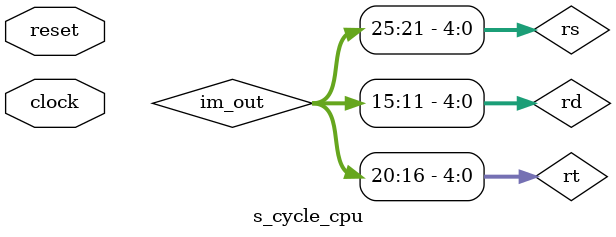
<source format=v>
/** @module s_cycle_cpu
 *  @param clock 输入时钟
 *  @param reset 输入复位信号
 */

`include "alu.v"
`include "pc.v"
`include "gpr.v"
`include "im.v"

module s_cycle_cpu(
    input clock,
    input reset);

    wire [31:0] pc_out;
    wire [31:0] im_out;
    reg [31:0] npc;

    reg [4:0] rs;
    reg [4:0] rt;
    reg [4:0] rd;

    wire [31:0] alu_out;
    wire [31:0] a;
    wire [31:0] b;

    always @(*)
    begin
      rs = im_out[25:21];
      rt = im_out[20:16];
      rd = im_out[15:11];
      npc = pc_out + 4;
    end

    pc PC(
        .pc(pc_out),
        .clock(clock),
        .reset(reset),
        .npc(npc)
    );

    im IM(
        .instruction(im_out),
        .pc(pc_out)
    );

    gpr GPR(
        .a(a),
        .b(b),
        .clock(clock),
        .reg_write(1'b1),
        .num_write(rd),
        .rs(rs),
        .rt(rt),
        .data_write(alu_out)
    );

    alu ALU (
        .c(alu_out),
        .a(a),
        .b(b)
    );

endmodule
</source>
